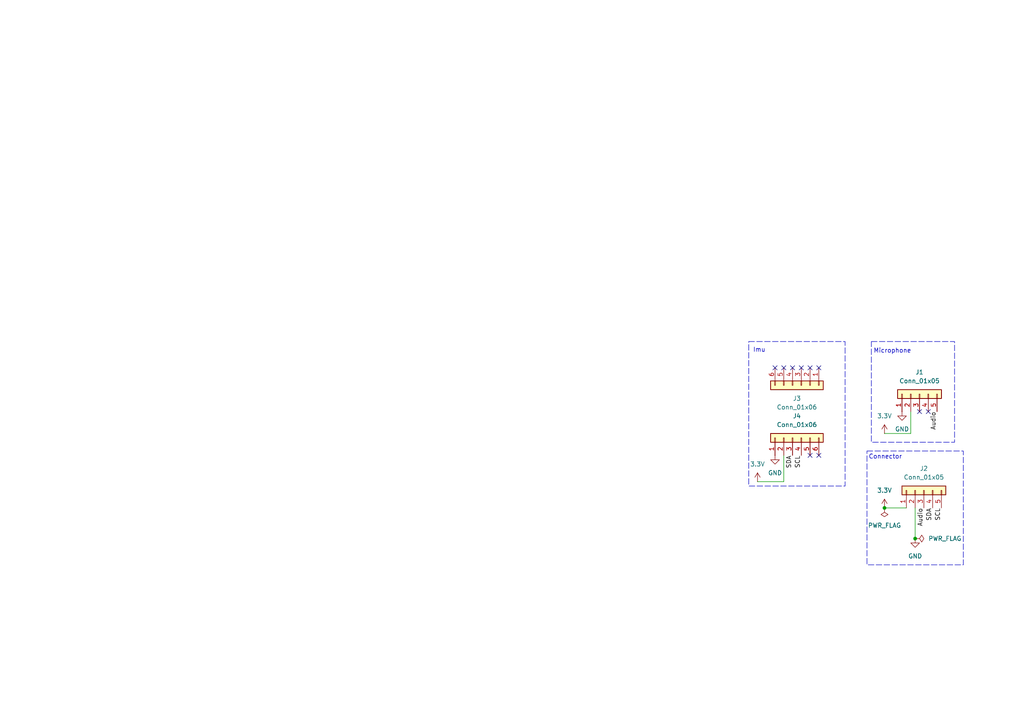
<source format=kicad_sch>
(kicad_sch (version 20250114) (generator "eeschema") (generator_version "9.0")
  (paper "A4")
  (lib_symbols
    (symbol "Connector_Generic:Conn_01x05" (pin_names (offset 1.016) (hide yes))
      (property "Reference" "J" (at 0 7.62 0))
      (property "Value" "Conn_01x05" (at 0 -7.62 0))
      (symbol "Conn_01x05_1_1"
        (rectangle (start -1.27 6.35) (end 1.27 -6.35) (stroke (width 0.254)) (fill (type background)))
        (rectangle (start -1.27 5.207) (end 0 4.953) (stroke (width 0.1524)))
        (rectangle (start -1.27 2.667) (end 0 2.413) (stroke (width 0.1524)))
        (rectangle (start -1.27 0.127) (end 0 -0.127) (stroke (width 0.1524)))
        (rectangle (start -1.27 -2.413) (end 0 -2.667) (stroke (width 0.1524)))
        (rectangle (start -1.27 -4.953) (end 0 -5.207) (stroke (width 0.1524)))
        (pin passive line (at -5.08 5.08 0) (length 3.81) (name "Pin_1") (number "1"))
        (pin passive line (at -5.08 2.54 0) (length 3.81) (name "Pin_2") (number "2"))
        (pin passive line (at -5.08 0 0) (length 3.81) (name "Pin_3") (number "3"))
        (pin passive line (at -5.08 -2.54 0) (length 3.81) (name "Pin_4") (number "4"))
        (pin passive line (at -5.08 -5.08 0) (length 3.81) (name "Pin_5") (number "5"))
      )
    )
    (symbol "Connector_Generic:Conn_01x06" (pin_names (offset 1.016) (hide yes))
      (property "Reference" "J" (at 0 7.62 0))
      (property "Value" "Conn_01x06" (at 0 -10.16 0))
      (symbol "Conn_01x06_1_1"
        (rectangle (start -1.27 6.35) (end 1.27 -8.89) (stroke (width 0.254)) (fill (type background)))
        (rectangle (start -1.27 5.207) (end 0 4.953) (stroke (width 0.1524)))
        (rectangle (start -1.27 2.667) (end 0 2.413) (stroke (width 0.1524)))
        (rectangle (start -1.27 0.127) (end 0 -0.127) (stroke (width 0.1524)))
        (rectangle (start -1.27 -2.413) (end 0 -2.667) (stroke (width 0.1524)))
        (rectangle (start -1.27 -4.953) (end 0 -5.207) (stroke (width 0.1524)))
        (rectangle (start -1.27 -7.493) (end 0 -7.747) (stroke (width 0.1524)))
        (pin passive line (at -5.08 5.08 0) (length 3.81) (name "Pin_1") (number "1"))
        (pin passive line (at -5.08 2.54 0) (length 3.81) (name "Pin_2") (number "2"))
        (pin passive line (at -5.08 0 0) (length 3.81) (name "Pin_3") (number "3"))
        (pin passive line (at -5.08 -2.54 0) (length 3.81) (name "Pin_4") (number "4"))
        (pin passive line (at -5.08 -5.08 0) (length 3.81) (name "Pin_5") (number "5"))
        (pin passive line (at -5.08 -7.62 0) (length 3.81) (name "Pin_6") (number "6"))
      )
    )
    (symbol "power:GND" (power) (pin_numbers (hide yes)) (pin_names (offset 0) (hide yes))
      (property "Value" "GND" (at 0 -3.81 0))
      (symbol "GND_0_1"
        (polyline (pts (xy 0 0) (xy 0 -1.27) (xy 1.27 -1.27) (xy 0 -2.54) (xy -1.27 -1.27) (xy 0 -1.27)))
      )
      (symbol "GND_1_1"
        (pin power_in line (at 0 0 270) (length 0) (name "~") (number "1"))
      )
    )
    (symbol "power:PWR_FLAG" (power) (pin_numbers (hide yes)) (pin_names (offset 0) (hide yes))
      (property "Value" "PWR_FLAG" (at 0 3.81 0))
      (symbol "PWR_FLAG_0_0"
        (pin power_out line (at 0 0 90) (length 0) (name "~") (number "1"))
      )
      (symbol "PWR_FLAG_0_1"
        (polyline (pts (xy 0 0) (xy 0 1.27) (xy -1.016 1.905) (xy 0 2.54) (xy 1.016 1.905) (xy 0 1.27)))
      )
    )
    (symbol "power:VCC" (power) (pin_numbers (hide yes)) (pin_names (offset 0) (hide yes))
      (property "Value" "VCC" (at 0 3.556 0))
      (symbol "VCC_0_1"
        (polyline (pts (xy -0.762 1.27) (xy 0 2.54)))
        (polyline (pts (xy 0 2.54) (xy 0.762 1.27)))
        (polyline (pts (xy 0 0) (xy 0 2.54)))
      )
      (symbol "VCC_1_1"
        (pin power_in line (at 0 0 90) (length 0) (name "~") (number "1"))
      )
    )
  )
  (rectangle (start 251.46 130.81) (end 279.4 163.83) (stroke (width 0) (type dash)))
  (rectangle (start 217.17 99.06) (end 245.11 140.97) (stroke (width 0) (type dash)))
  (rectangle (start 252.73 99.06) (end 276.86 128.27) (stroke (width 0) (type dash)))
  (text "Imu" (at 220.218 101.6 0) (effects (font (size 1.27 1.27))))
  (text "Microphone" (at 258.826 101.854 0) (effects (font (size 1.27 1.27))))
  (text "Connector" (at 256.794 132.588 0) (effects (font (size 1.27 1.27))))
  (junction (at 265.43 156.21))
  (junction (at 256.54 147.32))
  (no_connect (at 237.49 132.08))
  (no_connect (at 237.49 106.68))
  (no_connect (at 234.95 132.08))
  (no_connect (at 229.87 106.68))
  (no_connect (at 266.7 119.38))
  (no_connect (at 227.33 106.68))
  (no_connect (at 269.24 119.38))
  (no_connect (at 234.95 106.68))
  (no_connect (at 232.41 106.68))
  (no_connect (at 224.79 106.68))
  (wire (pts (xy 256.54 147.32) (xy 262.89 147.32)))
  (wire (pts (xy 227.33 139.7) (xy 219.71 139.7)))
  (wire (pts (xy 265.43 156.21) (xy 265.43 147.32)))
  (wire (pts (xy 256.54 125.73) (xy 264.16 125.73)))
  (wire (pts (xy 264.16 125.73) (xy 264.16 119.38)))
  (wire (pts (xy 227.33 132.08) (xy 227.33 139.7)))
  (label "Audio" (at 267.97 147.32 270))
  (label "SDA" (at 229.87 132.08 270))
  (label "Audio" (at 271.78 119.38 270))
  (label "SDA" (at 270.51 147.32 270))
  (label "SCL" (at 273.05 147.32 270))
  (label "SCL" (at 232.41 132.08 270))
  (symbol (lib_id "Connector_Generic:Conn_01x06") (at 229.87 127 90) (unit 1)
    (property "Reference" "J4" (at 231.14 120.65 90))
    (property "Value" "Conn_01x06" (at 231.14 123.19 90))
    (property "Footprint" "Connector_PinSocket_2.54mm:PinSocket_1x06_P2.54mm_Vertical" (effects (hide yes)))
    (property "Description" "Generic connector, single row, 01x06, script generated (kicad-library-utils/schlib/autogen/connector/)" (effects (hide yes)))
  )
  (symbol (lib_id "Connector_Generic:Conn_01x06") (at 232.41 111.76 270) (unit 1)
    (property "Reference" "J3" (at 231.14 115.57 90))
    (property "Value" "Conn_01x06" (at 231.14 118.11 90))
    (property "Footprint" "Connector_PinSocket_2.54mm:PinSocket_1x06_P2.54mm_Vertical" (effects (hide yes)))
    (property "Description" "Generic connector, single row, 01x06, script generated (kicad-library-utils/schlib/autogen/connector/)" (effects (hide yes)))
  )
  (symbol (lib_id "power:GND") (at 224.79 132.08 0) (unit 1)
    (property "Reference" "#PWR05" (effects (hide yes)))
    (property "Value" "GND" (at 224.79 137.16 0))
    (property "Description" "Power symbol creates a global label with name \"GND\" , ground" (effects (hide yes)))
  )
  (symbol (lib_id "power:GND") (at 265.43 156.21 0) (unit 1)
    (property "Reference" "#PWR02" (effects (hide yes)))
    (property "Value" "GND" (at 265.43 161.29 0))
    (property "Description" "Power symbol creates a global label with name \"GND\" , ground" (effects (hide yes)))
  )
  (symbol (lib_id "power:VCC") (at 256.54 147.32 0) (unit 1)
    (property "Reference" "#PWR01" (effects (hide yes)))
    (property "Value" "3.3V" (at 256.54 142.24 0))
    (property "Description" "Power symbol creates a global label with name \"VCC\"" (effects (hide yes)))
  )
  (symbol (lib_id "power:PWR_FLAG") (at 265.43 156.21 270) (unit 1)
    (property "Reference" "#FLG02" (effects (hide yes)))
    (property "Value" "PWR_FLAG" (at 269.24 156.2099 90) (effects (justify left)))
    (property "Description" "Special symbol for telling ERC where power comes from" (effects (hide yes)))
  )
  (symbol (lib_id "power:PWR_FLAG") (at 256.54 147.32 180) (unit 1)
    (property "Reference" "#FLG01" (effects (hide yes)))
    (property "Value" "PWR_FLAG" (at 256.54 152.4 0))
    (property "Description" "Special symbol for telling ERC where power comes from" (effects (hide yes)))
  )
  (symbol (lib_id "Connector_Generic:Conn_01x05") (at 267.97 142.24 90) (unit 1)
    (property "Reference" "J2" (at 267.97 135.89 90))
    (property "Value" "Conn_01x05" (at 267.97 138.43 90))
    (property "Footprint" "Connector_JST:JST_XA_B05B-XASK-1-A_1x05_P2.50mm_Vertical" (effects (hide yes)))
    (property "Description" "Generic connector, single row, 01x05, script generated (kicad-library-utils/schlib/autogen/connector/)" (effects (hide yes)))
  )
  (symbol (lib_id "power:VCC") (at 219.71 139.7 0) (unit 1)
    (property "Reference" "#PWR06" (effects (hide yes)))
    (property "Value" "3.3V" (at 219.71 134.62 0))
    (property "Description" "Power symbol creates a global label with name \"VCC\"" (effects (hide yes)))
  )
  (symbol (lib_id "Connector_Generic:Conn_01x05") (at 266.7 114.3 90) (unit 1)
    (property "Reference" "J1" (at 266.7 107.95 90))
    (property "Value" "Conn_01x05" (at 266.7 110.49 90))
    (property "Footprint" "Connector_PinSocket_2.54mm:PinSocket_1x05_P2.54mm_Vertical" (effects (hide yes)))
    (property "Description" "Generic connector, single row, 01x05, script generated (kicad-library-utils/schlib/autogen/connector/)" (effects (hide yes)))
  )
  (symbol (lib_id "power:VCC") (at 256.54 125.73 0) (unit 1)
    (property "Reference" "#PWR03" (effects (hide yes)))
    (property "Value" "3.3V" (at 256.54 120.65 0))
    (property "Description" "Power symbol creates a global label with name \"VCC\"" (effects (hide yes)))
  )
  (symbol (lib_id "power:GND") (at 261.62 119.38 0) (unit 1)
    (property "Reference" "#PWR04" (effects (hide yes)))
    (property "Value" "GND" (at 261.62 124.46 0))
    (property "Description" "Power symbol creates a global label with name \"GND\" , ground" (effects (hide yes)))
  )
)
</source>
